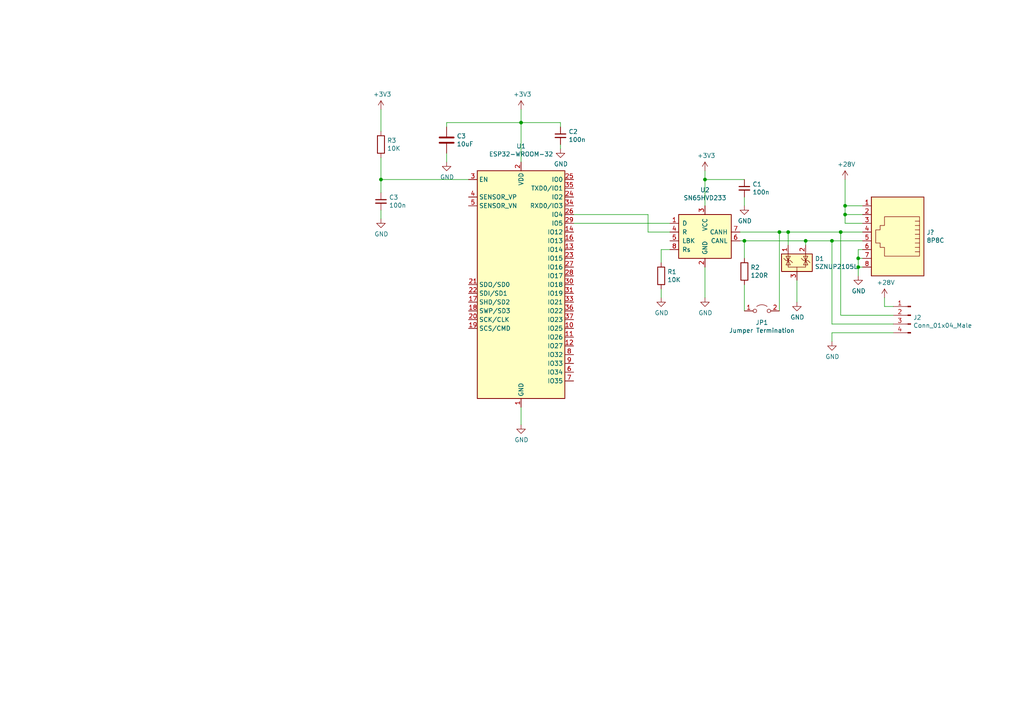
<source format=kicad_sch>
(kicad_sch (version 20250114) (generator "eeschema") (generator_version "9.0")
  (paper "A4")
  (lib_symbols
    (symbol "Connector:8P8C" (pin_names (offset 1.016))
      (property "Reference" "J" (at -5.08 13.97 0))
      (property "Value" "8P8C" (at 2.54 13.97 0))
      (symbol "8P8C_0_1"
        (polyline (pts (xy -6.35 1.905) (xy -5.08 1.905) (xy -5.08 1.905)))
        (polyline (pts (xy -6.35 0.635) (xy -5.08 0.635) (xy -5.08 0.635)))
        (polyline (pts (xy -6.35 -0.635) (xy -5.08 -0.635) (xy -5.08 -0.635)))
        (polyline (pts (xy -6.35 -1.905) (xy -5.08 -1.905) (xy -5.08 -1.905)))
        (polyline (pts (xy -6.35 -3.175) (xy -5.08 -3.175) (xy -5.08 -3.175)))
        (polyline (pts (xy -6.35 -4.445) (xy -6.35 6.985) (xy 3.81 6.985) (xy 3.81 4.445) (xy 5.08 4.445) (xy 5.08 3.175) (xy 6.35 3.175) (xy 6.35 -0.635) (xy 5.08 -0.635) (xy 5.08 -1.905) (xy 3.81 -1.905) (xy 3.81 -4.445) (xy -6.35 -4.445) (xy -6.35 -4.445)))
        (polyline (pts (xy -5.08 5.715) (xy -6.35 5.715)))
        (polyline (pts (xy -5.08 4.445) (xy -6.35 4.445)))
        (polyline (pts (xy -5.08 3.175) (xy -6.35 3.175) (xy -6.35 3.175)))
        (rectangle (start 7.62 12.7) (end -7.62 -10.16) (stroke (width 0.254)) (fill (type background)))
      )
      (symbol "8P8C_1_1"
        (pin passive line (at 10.16 10.16 180) (length 2.54) (name "~") (number "8"))
        (pin passive line (at 10.16 7.62 180) (length 2.54) (name "~") (number "7"))
        (pin passive line (at 10.16 5.08 180) (length 2.54) (name "~") (number "6"))
        (pin passive line (at 10.16 2.54 180) (length 2.54) (name "~") (number "5"))
        (pin passive line (at 10.16 0 180) (length 2.54) (name "~") (number "4"))
        (pin passive line (at 10.16 -2.54 180) (length 2.54) (name "~") (number "3"))
        (pin passive line (at 10.16 -5.08 180) (length 2.54) (name "~") (number "2"))
        (pin passive line (at 10.16 -7.62 180) (length 2.54) (name "~") (number "1"))
      )
    )
    (symbol "Device:C" (pin_numbers (hide yes)) (pin_names (offset 0.254))
      (property "Reference" "C" (at 0.635 2.54 0))
      (property "Value" "C" (at 0.635 -2.54 0))
      (symbol "C_0_1"
        (polyline (pts (xy -2.032 0.762) (xy 2.032 0.762)) (stroke (width 0.508)))
        (polyline (pts (xy -2.032 -0.762) (xy 2.032 -0.762)) (stroke (width 0.508)))
      )
      (symbol "C_1_1"
        (pin passive line (at 0 3.81 270) (length 2.794) (name "~") (number "1"))
        (pin passive line (at 0 -3.81 90) (length 2.794) (name "~") (number "2"))
      )
    )
    (symbol "Device:C_Small" (pin_numbers (hide yes)) (pin_names (offset 0.254) (hide yes))
      (property "Reference" "C" (at 0.254 1.778 0))
      (property "Value" "C_Small" (at 0.254 -2.032 0))
      (symbol "C_Small_0_1"
        (polyline (pts (xy -1.524 0.508) (xy 1.524 0.508)) (stroke (width 0.3048)))
        (polyline (pts (xy -1.524 -0.508) (xy 1.524 -0.508)) (stroke (width 0.3302)))
      )
      (symbol "C_Small_1_1"
        (pin passive line (at 0 2.54 270) (length 2.032) (name "~") (number "1"))
        (pin passive line (at 0 -2.54 90) (length 2.032) (name "~") (number "2"))
      )
    )
    (symbol "Device:R" (pin_numbers (hide yes)) (pin_names (offset 0))
      (property "Reference" "R" (at 2.032 0 90))
      (property "Value" "R" (at 0 0 90))
      (symbol "R_0_1"
        (rectangle (start -1.016 -2.54) (end 1.016 2.54) (stroke (width 0.254)))
      )
      (symbol "R_1_1"
        (pin passive line (at 0 3.81 270) (length 1.27) (name "~") (number "1"))
        (pin passive line (at 0 -3.81 90) (length 1.27) (name "~") (number "2"))
      )
    )
    (symbol "Interface_CAN_LIN:SN65HVD233" (pin_names (offset 1.016))
      (property "Reference" "U" (at -2.54 10.16 0))
      (property "Value" "SN65HVD233" (at -2.54 7.62 0))
      (symbol "SN65HVD233_0_1"
        (rectangle (start -7.62 5.08) (end 7.62 -7.62) (stroke (width 0.254)) (fill (type background)))
      )
      (symbol "SN65HVD233_1_1"
        (pin input line (at -10.16 2.54 0) (length 2.54) (name "D") (number "1"))
        (pin output line (at -10.16 0 0) (length 2.54) (name "R") (number "4"))
        (pin input line (at -10.16 -2.54 0) (length 2.54) (name "LBK") (number "5"))
        (pin input line (at -10.16 -5.08 0) (length 2.54) (name "Rs") (number "8"))
        (pin power_in line (at 0 7.62 270) (length 2.54) (name "VCC") (number "3"))
        (pin power_in line (at 0 -10.16 90) (length 2.54) (name "GND") (number "2"))
        (pin bidirectional line (at 10.16 0 180) (length 2.54) (name "CANH") (number "7"))
        (pin bidirectional line (at 10.16 -2.54 180) (length 2.54) (name "CANL") (number "6"))
      )
    )
    (symbol "Jumper:Jumper_2_Open" (pin_names (offset 0) (hide yes))
      (property "Reference" "JP" (at 0 2.794 0))
      (property "Value" "Jumper_2_Open" (at 0 -2.286 0))
      (symbol "Jumper_2_Open_0_0"
        (circle (center -2.032 0) (radius 0.508))
        (circle (center 2.032 0) (radius 0.508))
      )
      (symbol "Jumper_2_Open_0_1"
        (arc (start -1.524 1.27) (mid 0 1.778) (end 1.524 1.27))
      )
      (symbol "Jumper_2_Open_1_1"
        (pin passive line (at -5.08 0 0) (length 2.54) (name "A") (number "1"))
        (pin passive line (at 5.08 0 180) (length 2.54) (name "B") (number "2"))
      )
    )
    (symbol "Power_Protection:SZNUP2105L" (pin_names (hide yes))
      (property "Reference" "D" (at 5.715 2.54 0))
      (property "Value" "SZNUP2105L" (at 5.715 0.635 0))
      (symbol "SZNUP2105L_0_0"
        (pin passive line (at 0 -5.08 90) (length 2.54) (name "A") (number "3"))
      )
      (symbol "SZNUP2105L_0_1"
        (rectangle (start -4.445 2.54) (end 4.445 -2.54) (stroke (width 0.254)) (fill (type background)))
        (polyline (pts (xy -3.81 1.27) (xy -3.175 0.635) (xy -1.905 0.635) (xy -1.27 0)))
        (polyline (pts (xy -2.54 2.54) (xy -2.54 0.635)))
        (polyline (pts (xy -2.54 0.635) (xy -2.54 -1.27) (xy 2.54 -1.27) (xy 2.54 0.635)))
        (polyline (pts (xy -2.54 0.635) (xy -1.905 -0.635) (xy -3.175 -0.635) (xy -2.54 0.635)))
        (polyline (pts (xy -2.54 0.635) (xy -3.175 1.905) (xy -1.905 1.905) (xy -2.54 0.635) (xy -2.54 1.27)))
        (polyline (pts (xy 0 -1.27) (xy 0 -2.54)))
        (polyline (pts (xy 1.27 1.27) (xy 1.905 0.635) (xy 2.54 0.635) (xy 3.175 0.635) (xy 3.81 0)))
        (polyline (pts (xy 2.54 2.54) (xy 2.54 0.635)))
        (polyline (pts (xy 2.54 0.635) (xy 1.905 -0.635) (xy 3.175 -0.635) (xy 2.54 0.635)))
        (polyline (pts (xy 2.54 0.635) (xy 3.175 1.905) (xy 1.905 1.905) (xy 2.54 0.635)))
      )
      (symbol "SZNUP2105L_1_1"
        (pin passive line (at -2.54 5.08 270) (length 2.54) (name "K") (number "1"))
        (pin passive line (at 2.54 5.08 270) (length 2.54) (name "K") (number "2"))
      )
    )
    (symbol "RF_Module:ESP32-WROOM-32"
      (property "Reference" "U" (at -12.7 34.29 0))
      (property "Value" "ESP32-WROOM-32" (at 1.27 34.29 0))
      (symbol "ESP32-WROOM-32_0_1"
        (rectangle (start -12.7 33.02) (end 12.7 -33.02) (stroke (width 0.254)) (fill (type background)))
      )
      (symbol "ESP32-WROOM-32_1_1"
        (pin input line (at -15.24 30.48 0) (length 2.54) (name "EN") (number "3"))
        (pin input line (at -15.24 25.4 0) (length 2.54) (name "SENSOR_VP") (number "4"))
        (pin input line (at -15.24 22.86 0) (length 2.54) (name "SENSOR_VN") (number "5"))
        (pin bidirectional line (at -15.24 0 0) (length 2.54) (name "SDO/SD0") (number "21"))
        (pin bidirectional line (at -15.24 -2.54 0) (length 2.54) (name "SDI/SD1") (number "22"))
        (pin bidirectional line (at -15.24 -5.08 0) (length 2.54) (name "SHD/SD2") (number "17"))
        (pin bidirectional line (at -15.24 -7.62 0) (length 2.54) (name "SWP/SD3") (number "18"))
        (pin bidirectional line (at -15.24 -10.16 0) (length 2.54) (name "SCK/CLK") (number "20"))
        (pin bidirectional line (at -15.24 -12.7 0) (length 2.54) (name "SCS/CMD") (number "19"))
        (pin no_connect line (at -12.7 -27.94 0) (length 2.54) (hide yes) (name "NC") (number "32"))
        (pin power_in line (at 0 35.56 270) (length 2.54) (name "VDD") (number "2"))
        (pin power_in line (at 0 -35.56 90) (length 2.54) (name "GND") (number "1"))
        (pin passive line (at 0 -35.56 90) (length 2.54) (hide yes) (name "GND") (number "15"))
        (pin passive line (at 0 -35.56 90) (length 2.54) (hide yes) (name "GND") (number "38"))
        (pin passive line (at 0 -35.56 90) (length 2.54) (hide yes) (name "GND") (number "39"))
        (pin bidirectional line (at 15.24 30.48 180) (length 2.54) (name "IO0") (number "25"))
        (pin bidirectional line (at 15.24 27.94 180) (length 2.54) (name "TXD0/IO1") (number "35"))
        (pin bidirectional line (at 15.24 25.4 180) (length 2.54) (name "IO2") (number "24"))
        (pin bidirectional line (at 15.24 22.86 180) (length 2.54) (name "RXD0/IO3") (number "34"))
        (pin bidirectional line (at 15.24 20.32 180) (length 2.54) (name "IO4") (number "26"))
        (pin bidirectional line (at 15.24 17.78 180) (length 2.54) (name "IO5") (number "29"))
        (pin bidirectional line (at 15.24 15.24 180) (length 2.54) (name "IO12") (number "14"))
        (pin bidirectional line (at 15.24 12.7 180) (length 2.54) (name "IO13") (number "16"))
        (pin bidirectional line (at 15.24 10.16 180) (length 2.54) (name "IO14") (number "13"))
        (pin bidirectional line (at 15.24 7.62 180) (length 2.54) (name "IO15") (number "23"))
        (pin bidirectional line (at 15.24 5.08 180) (length 2.54) (name "IO16") (number "27"))
        (pin bidirectional line (at 15.24 2.54 180) (length 2.54) (name "IO17") (number "28"))
        (pin bidirectional line (at 15.24 0 180) (length 2.54) (name "IO18") (number "30"))
        (pin bidirectional line (at 15.24 -2.54 180) (length 2.54) (name "IO19") (number "31"))
        (pin bidirectional line (at 15.24 -5.08 180) (length 2.54) (name "IO21") (number "33"))
        (pin bidirectional line (at 15.24 -7.62 180) (length 2.54) (name "IO22") (number "36"))
        (pin bidirectional line (at 15.24 -10.16 180) (length 2.54) (name "IO23") (number "37"))
        (pin bidirectional line (at 15.24 -12.7 180) (length 2.54) (name "IO25") (number "10"))
        (pin bidirectional line (at 15.24 -15.24 180) (length 2.54) (name "IO26") (number "11"))
        (pin bidirectional line (at 15.24 -17.78 180) (length 2.54) (name "IO27") (number "12"))
        (pin bidirectional line (at 15.24 -20.32 180) (length 2.54) (name "IO32") (number "8"))
        (pin bidirectional line (at 15.24 -22.86 180) (length 2.54) (name "IO33") (number "9"))
        (pin input line (at 15.24 -25.4 180) (length 2.54) (name "IO34") (number "6"))
        (pin input line (at 15.24 -27.94 180) (length 2.54) (name "IO35") (number "7"))
      )
    )
    (symbol "can4vscp-frankfurt-wifi-rev-A-rescue:+3.3V-power" (power) (pin_names (offset 0))
      (property "Value" "+3.3V-power" (at 0 3.556 0))
      (symbol "+3.3V-power_0_1"
        (polyline (pts (xy -0.762 1.27) (xy 0 2.54)))
        (polyline (pts (xy 0 2.54) (xy 0.762 1.27)))
        (polyline (pts (xy 0 0) (xy 0 2.54)))
      )
      (symbol "+3.3V-power_1_1"
        (pin power_in line (at 0 0 90) (length 0) (hide yes) (name "+3V3") (number "1"))
      )
    )
    (symbol "can4vscp-frankfurt-wifi-rev-A-rescue:Conn_01x04_Male-Connector" (pin_names (offset 1.016) (hide yes))
      (property "Reference" "J" (at 0 5.08 0))
      (property "Value" "Connector_Conn_01x04_Male" (at 0 -7.62 0))
      (symbol "Conn_01x04_Male-Connector_1_1"
        (rectangle (start 0.8636 2.667) (end 0 2.413) (stroke (width 0.1524)) (fill (type outline)))
        (rectangle (start 0.8636 0.127) (end 0 -0.127) (stroke (width 0.1524)) (fill (type outline)))
        (rectangle (start 0.8636 -2.413) (end 0 -2.667) (stroke (width 0.1524)) (fill (type outline)))
        (rectangle (start 0.8636 -4.953) (end 0 -5.207) (stroke (width 0.1524)) (fill (type outline)))
        (polyline (pts (xy 1.27 2.54) (xy 0.8636 2.54)) (stroke (width 0.1524)))
        (polyline (pts (xy 1.27 0) (xy 0.8636 0)) (stroke (width 0.1524)))
        (polyline (pts (xy 1.27 -2.54) (xy 0.8636 -2.54)) (stroke (width 0.1524)))
        (polyline (pts (xy 1.27 -5.08) (xy 0.8636 -5.08)) (stroke (width 0.1524)))
        (pin passive line (at 5.08 2.54 180) (length 3.81) (name "Pin_1") (number "1"))
        (pin passive line (at 5.08 0 180) (length 3.81) (name "Pin_2") (number "2"))
        (pin passive line (at 5.08 -2.54 180) (length 3.81) (name "Pin_3") (number "3"))
        (pin passive line (at 5.08 -5.08 180) (length 3.81) (name "Pin_4") (number "4"))
      )
    )
    (symbol "power:+28V" (power) (pin_names (offset 0))
      (property "Value" "+28V" (at 0 3.81 0))
      (symbol "+28V_0_1"
        (polyline (pts (xy -0.762 1.27) (xy 0 2.54)))
        (polyline (pts (xy 0 2.54) (xy 0.762 1.27)))
        (polyline (pts (xy 0 0) (xy 0 2.54)))
      )
      (symbol "+28V_1_1"
        (pin power_in line (at 0 0 90) (length 0) (hide yes) (name "+28V") (number "1"))
      )
    )
    (symbol "power:GND" (power) (pin_names (offset 0))
      (property "Value" "GND" (at 0 -3.81 0))
      (symbol "GND_0_1"
        (polyline (pts (xy 0 0) (xy 0 -1.27) (xy 1.27 -1.27) (xy 0 -2.54) (xy -1.27 -1.27) (xy 0 -1.27)))
      )
      (symbol "GND_1_1"
        (pin power_in line (at 0 0 270) (length 0) (hide yes) (name "GND") (number "1"))
      )
    )
  )
  (junction (at 151.13 35.56))
  (junction (at 233.68 69.85))
  (junction (at 248.92 74.93))
  (junction (at 243.84 67.31))
  (junction (at 241.3 69.85))
  (junction (at 228.6 67.31))
  (junction (at 215.9 69.85))
  (junction (at 204.47 52.07))
  (junction (at 245.11 62.23))
  (junction (at 248.92 77.47))
  (junction (at 110.49 52.07))
  (junction (at 226.06 67.31))
  (junction (at 245.11 59.69))
  (wire (pts (xy 214.63 67.31) (xy 226.06 67.31)))
  (wire (pts (xy 250.19 74.93) (xy 248.92 74.93)))
  (wire (pts (xy 215.9 69.85) (xy 233.68 69.85)))
  (wire (pts (xy 187.96 62.23) (xy 187.96 67.31)))
  (wire (pts (xy 245.11 62.23) (xy 245.11 64.77)))
  (wire (pts (xy 226.06 67.31) (xy 228.6 67.31)))
  (wire (pts (xy 245.11 59.69) (xy 245.11 62.23)))
  (wire (pts (xy 248.92 74.93) (xy 248.92 77.47)))
  (wire (pts (xy 250.19 72.39) (xy 248.92 72.39)))
  (wire (pts (xy 204.47 77.47) (xy 204.47 86.36)))
  (wire (pts (xy 135.89 52.07) (xy 110.49 52.07)))
  (wire (pts (xy 241.3 93.98) (xy 241.3 69.85)))
  (wire (pts (xy 248.92 72.39) (xy 248.92 74.93)))
  (wire (pts (xy 259.08 96.52) (xy 241.3 96.52)))
  (wire (pts (xy 245.11 64.77) (xy 250.19 64.77)))
  (wire (pts (xy 110.49 31.75) (xy 110.49 38.1)))
  (wire (pts (xy 162.56 36.83) (xy 162.56 35.56)))
  (wire (pts (xy 226.06 90.17) (xy 226.06 67.31)))
  (wire (pts (xy 215.9 52.07) (xy 204.47 52.07)))
  (wire (pts (xy 194.31 72.39) (xy 191.77 72.39)))
  (wire (pts (xy 204.47 59.69) (xy 204.47 52.07)))
  (wire (pts (xy 151.13 35.56) (xy 151.13 46.99)))
  (wire (pts (xy 228.6 67.31) (xy 243.84 67.31)))
  (wire (pts (xy 250.19 59.69) (xy 245.11 59.69)))
  (wire (pts (xy 215.9 59.69) (xy 215.9 57.15)))
  (wire (pts (xy 129.54 46.99) (xy 129.54 44.45)))
  (wire (pts (xy 259.08 88.9) (xy 256.54 88.9)))
  (wire (pts (xy 162.56 41.91) (xy 162.56 43.18)))
  (wire (pts (xy 233.68 69.85) (xy 241.3 69.85)))
  (wire (pts (xy 110.49 52.07) (xy 110.49 55.88)))
  (wire (pts (xy 214.63 69.85) (xy 215.9 69.85)))
  (wire (pts (xy 215.9 69.85) (xy 215.9 74.93)))
  (wire (pts (xy 250.19 77.47) (xy 248.92 77.47)))
  (wire (pts (xy 204.47 52.07) (xy 204.47 49.53)))
  (wire (pts (xy 228.6 71.12) (xy 228.6 67.31)))
  (wire (pts (xy 110.49 60.96) (xy 110.49 63.5)))
  (wire (pts (xy 259.08 93.98) (xy 241.3 93.98)))
  (wire (pts (xy 151.13 118.11) (xy 151.13 123.19)))
  (wire (pts (xy 191.77 72.39) (xy 191.77 76.2)))
  (wire (pts (xy 250.19 62.23) (xy 245.11 62.23)))
  (wire (pts (xy 243.84 91.44) (xy 243.84 67.31)))
  (wire (pts (xy 129.54 35.56) (xy 129.54 36.83)))
  (wire (pts (xy 243.84 91.44) (xy 259.08 91.44)))
  (wire (pts (xy 151.13 31.75) (xy 151.13 35.56)))
  (wire (pts (xy 241.3 96.52) (xy 241.3 99.06)))
  (wire (pts (xy 166.37 64.77) (xy 194.31 64.77)))
  (wire (pts (xy 191.77 83.82) (xy 191.77 86.36)))
  (wire (pts (xy 162.56 35.56) (xy 151.13 35.56)))
  (wire (pts (xy 241.3 69.85) (xy 250.19 69.85)))
  (wire (pts (xy 110.49 45.72) (xy 110.49 52.07)))
  (wire (pts (xy 248.92 77.47) (xy 248.92 80.01)))
  (wire (pts (xy 231.14 81.28) (xy 231.14 87.63)))
  (wire (pts (xy 233.68 71.12) (xy 233.68 69.85)))
  (wire (pts (xy 243.84 67.31) (xy 250.19 67.31)))
  (wire (pts (xy 166.37 62.23) (xy 187.96 62.23)))
  (wire (pts (xy 215.9 82.55) (xy 215.9 90.17)))
  (wire (pts (xy 194.31 67.31) (xy 187.96 67.31)))
  (wire (pts (xy 245.11 52.07) (xy 245.11 59.69)))
  (wire (pts (xy 256.54 88.9) (xy 256.54 86.36)))
  (wire (pts (xy 151.13 35.56) (xy 129.54 35.56)))
  (symbol (lib_id "RF_Module:ESP32-WROOM-32") (at 151.13 82.55 0) (unit 1)
    (property "Reference" "U1" (at 151.13 42.3926 0))
    (property "Value" "ESP32-WROOM-32" (at 151.13 44.704 0))
    (property "Footprint" "RF_Module:ESP32-WROOM-32" (effects (hide yes)))
    (property "Datasheet" "https://www.espressif.com/sites/default/files/documentation/esp32-wroom-32_datasheet_en.pdf" (effects (hide yes)))
  )
  (symbol (lib_id "Interface_CAN_LIN:SN65HVD233") (at 204.47 67.31 0) (unit 1)
    (property "Reference" "U2" (at 204.47 55.0926 0))
    (property "Value" "SN65HVD233" (at 204.47 57.404 0))
    (property "Footprint" "Package_SO:SOIC-8_3.9x4.9mm_P1.27mm" (effects (hide yes)))
    (property "Datasheet" "http://www.ti.com/lit/ds/symlink/sn65hvd234.pdf" (effects (hide yes)))
  )
  (symbol (lib_id "power:GND") (at 204.47 86.36 0) (unit 1)
    (property "Reference" "#PWR?" (effects (hide yes)))
    (property "Value" "GND" (at 204.597 90.7542 0))
  )
  (symbol (lib_id "Device:C_Small") (at 215.9 54.61 0) (unit 1)
    (property "Reference" "C1" (at 218.2368 53.4416 0) (effects (justify left)))
    (property "Value" "100n" (at 218.2368 55.753 0) (effects (justify left)))
    (property "Footprint" "Capacitor_SMD:C_0805_2012Metric" (effects (hide yes)))
  )
  (symbol (lib_id "can4vscp-frankfurt-wifi-rev-A-rescue:+3.3V-power") (at 204.47 49.53 0) (unit 1)
    (property "Reference" "#PWR?" (effects (hide yes)))
    (property "Value" "+3V3" (at 204.851 45.1358 0))
  )
  (symbol (lib_id "power:GND") (at 215.9 59.69 0) (unit 1)
    (property "Reference" "#PWR?" (effects (hide yes)))
    (property "Value" "GND" (at 216.027 64.0842 0))
  )
  (symbol (lib_id "Device:R") (at 191.77 80.01 0) (unit 1)
    (property "Reference" "R1" (at 193.548 78.8416 0) (effects (justify left)))
    (property "Value" "10K" (at 193.548 81.153 0) (effects (justify left)))
    (property "Footprint" "Resistor_SMD:R_0805_2012Metric" (effects (hide yes)))
  )
  (symbol (lib_id "power:GND") (at 191.77 86.36 0) (unit 1)
    (property "Reference" "#PWR?" (effects (hide yes)))
    (property "Value" "GND" (at 191.897 90.7542 0))
  )
  (symbol (lib_id "Device:R") (at 215.9 78.74 0) (unit 1)
    (property "Reference" "R2" (at 217.678 77.5716 0) (effects (justify left)))
    (property "Value" "120R" (at 217.678 79.883 0) (effects (justify left)))
    (property "Footprint" "Resistor_SMD:R_0805_2012Metric" (effects (hide yes)))
  )
  (symbol (lib_id "Connector:8P8C") (at 260.35 67.31 180) (unit 1)
    (property "Reference" "J?" (at 268.732 67.4116 0) (effects (justify right)))
    (property "Value" "8P8C" (at 268.732 69.723 0) (effects (justify right)))
  )
  (symbol (lib_id "can4vscp-frankfurt-wifi-rev-A-rescue:Conn_01x04_Male-Connector") (at 264.16 91.44 0) (mirror y) (unit 1)
    (property "Reference" "J2" (at 264.8712 92.1004 0) (effects (justify right)))
    (property "Value" "Conn_01x04_Male" (at 264.8712 94.4118 0) (effects (justify right)))
    (property "Footprint" "Connector_Molex:Molex_KK-254_AE-6410-04A_1x04_P2.54mm_Vertical" (effects (hide yes)))
  )
  (symbol (lib_id "Jumper:Jumper_2_Open") (at 220.98 90.17 0) (unit 1)
    (property "Reference" "JP1" (at 220.98 93.5482 0))
    (property "Value" "Jumper Termination" (at 220.98 95.8596 0))
    (property "Footprint" "Connector_Molex:Molex_KK-254_AE-6410-02A_1x02_P2.54mm_Vertical" (effects (hide yes)))
  )
  (symbol (lib_id "Power_Protection:SZNUP2105L") (at 231.14 76.2 0) (unit 1)
    (property "Reference" "D1" (at 236.347 75.0316 0) (effects (justify left)))
    (property "Value" "SZNUP2105L" (at 236.347 77.343 0) (effects (justify left)))
    (property "Footprint" "Package_TO_SOT_SMD:SOT-23" (effects (hide yes)))
    (property "Datasheet" "http://www.onsemi.com/pub_link/Collateral/NUP2105L-D.PDF" (effects (hide yes)))
  )
  (symbol (lib_id "power:GND") (at 231.14 87.63 0) (unit 1)
    (property "Reference" "#PWR?" (effects (hide yes)))
    (property "Value" "GND" (at 231.267 92.0242 0))
  )
  (symbol (lib_id "power:+28V") (at 245.11 52.07 0) (unit 1)
    (property "Reference" "#PWR?" (effects (hide yes)))
    (property "Value" "+28V" (at 245.491 47.6758 0))
  )
  (symbol (lib_id "power:GND") (at 248.92 80.01 0) (unit 1)
    (property "Reference" "#PWR?" (effects (hide yes)))
    (property "Value" "GND" (at 249.047 84.4042 0))
  )
  (symbol (lib_id "power:GND") (at 241.3 99.06 0) (unit 1)
    (property "Reference" "#PWR?" (effects (hide yes)))
    (property "Value" "GND" (at 241.427 103.4542 0))
  )
  (symbol (lib_id "power:+28V") (at 256.54 86.36 0) (unit 1)
    (property "Reference" "#PWR?" (effects (hide yes)))
    (property "Value" "+28V" (at 256.921 81.9658 0))
  )
  (symbol (lib_id "power:GND") (at 151.13 123.19 0) (unit 1)
    (property "Reference" "#PWR?" (effects (hide yes)))
    (property "Value" "GND" (at 151.257 127.5842 0))
  )
  (symbol (lib_id "can4vscp-frankfurt-wifi-rev-A-rescue:+3.3V-power") (at 151.13 31.75 0) (unit 1)
    (property "Reference" "#PWR?" (effects (hide yes)))
    (property "Value" "+3V3" (at 151.511 27.3558 0))
  )
  (symbol (lib_id "Device:C_Small") (at 162.56 39.37 0) (unit 1)
    (property "Reference" "C2" (at 164.8968 38.2016 0) (effects (justify left)))
    (property "Value" "100n" (at 164.8968 40.513 0) (effects (justify left)))
    (property "Footprint" "Capacitor_SMD:C_0805_2012Metric" (effects (hide yes)))
  )
  (symbol (lib_id "power:GND") (at 162.56 43.18 0) (unit 1)
    (property "Reference" "#PWR?" (effects (hide yes)))
    (property "Value" "GND" (at 162.687 47.5742 0))
  )
  (symbol (lib_id "Device:C_Small") (at 110.49 58.42 0) (unit 1)
    (property "Reference" "C3" (at 112.8268 57.2516 0) (effects (justify left)))
    (property "Value" "100n" (at 112.8268 59.563 0) (effects (justify left)))
    (property "Footprint" "Capacitor_SMD:C_0805_2012Metric" (effects (hide yes)))
  )
  (symbol (lib_id "power:GND") (at 110.49 63.5 0) (unit 1)
    (property "Reference" "#PWR?" (effects (hide yes)))
    (property "Value" "GND" (at 110.617 67.8942 0))
  )
  (symbol (lib_id "Device:R") (at 110.49 41.91 0) (unit 1)
    (property "Reference" "R3" (at 112.268 40.7416 0) (effects (justify left)))
    (property "Value" "10K" (at 112.268 43.053 0) (effects (justify left)))
    (property "Footprint" "Resistor_SMD:R_0805_2012Metric" (effects (hide yes)))
  )
  (symbol (lib_id "can4vscp-frankfurt-wifi-rev-A-rescue:+3.3V-power") (at 110.49 31.75 0) (unit 1)
    (property "Reference" "#PWR?" (effects (hide yes)))
    (property "Value" "+3V3" (at 110.871 27.3558 0))
  )
  (symbol (lib_id "Device:C") (at 129.54 40.64 0) (unit 1)
    (property "Reference" "C3" (at 132.461 39.4716 0) (effects (justify left)))
    (property "Value" "10uF" (at 132.461 41.783 0) (effects (justify left)))
  )
  (symbol (lib_id "power:GND") (at 129.54 46.99 0) (unit 1)
    (property "Reference" "#PWR?" (effects (hide yes)))
    (property "Value" "GND" (at 129.667 51.3842 0))
  )
)
</source>
